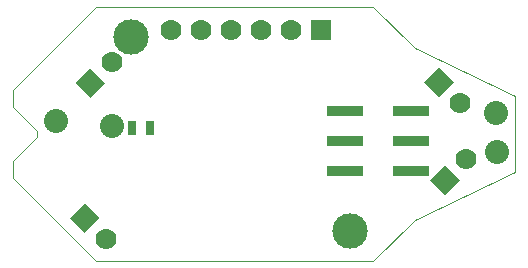
<source format=gbs>
G04 (created by PCBNEW (2013-jul-07)-stable) date Tue 30 Dec 2014 02:21:33 PM EST*
%MOIN*%
G04 Gerber Fmt 3.4, Leading zero omitted, Abs format*
%FSLAX34Y34*%
G01*
G70*
G90*
G04 APERTURE LIST*
%ADD10C,0.00590551*%
%ADD11C,0.00393701*%
%ADD12R,0.025X0.045*%
%ADD13R,0.119X0.038*%
%ADD14R,0.07X0.07*%
%ADD15C,0.07*%
%ADD16C,0.08*%
%ADD17C,0.11811*%
G04 APERTURE END LIST*
G54D10*
G54D11*
X55118Y-14960D02*
X45866Y-14960D01*
X55118Y-23425D02*
X45866Y-23425D01*
X56496Y-16338D02*
X59842Y-17913D01*
X55118Y-14960D02*
X56496Y-16338D01*
X56496Y-22047D02*
X59842Y-20472D01*
X55118Y-23425D02*
X56496Y-22047D01*
X45866Y-14960D02*
X43110Y-17716D01*
X45866Y-23425D02*
X43110Y-20669D01*
X59842Y-20275D02*
X59842Y-20472D01*
X59842Y-17913D02*
X59842Y-20275D01*
X43897Y-19291D02*
X43897Y-19094D01*
X43110Y-20078D02*
X43897Y-19291D01*
X43110Y-20669D02*
X43110Y-20078D01*
X43110Y-17716D02*
X43110Y-18307D01*
X43897Y-19094D02*
X43110Y-18307D01*
G54D12*
X47067Y-18984D03*
X47667Y-18984D03*
G54D13*
X56357Y-20425D03*
X56357Y-19425D03*
X56357Y-18425D03*
X54177Y-20425D03*
X54177Y-19425D03*
X54177Y-18425D03*
G54D14*
X53382Y-15731D03*
G54D15*
X52382Y-15731D03*
X51382Y-15731D03*
X50382Y-15731D03*
X49382Y-15731D03*
X48382Y-15731D03*
G54D16*
X46396Y-18927D03*
G54D10*
G36*
X45686Y-17991D02*
X45191Y-17496D01*
X45686Y-17001D01*
X46181Y-17496D01*
X45686Y-17991D01*
X45686Y-17991D01*
G37*
G54D15*
X46393Y-16789D03*
G54D10*
G36*
X56811Y-17449D02*
X57306Y-16954D01*
X57801Y-17449D01*
X57306Y-17944D01*
X56811Y-17449D01*
X56811Y-17449D01*
G37*
G54D15*
X58013Y-18157D03*
G54D10*
G36*
X57513Y-21233D02*
X57018Y-20738D01*
X57513Y-20243D01*
X58008Y-20738D01*
X57513Y-21233D01*
X57513Y-21233D01*
G37*
G54D15*
X58220Y-20031D03*
G54D10*
G36*
X44997Y-21998D02*
X45492Y-21503D01*
X45987Y-21998D01*
X45492Y-22493D01*
X44997Y-21998D01*
X44997Y-21998D01*
G37*
G54D15*
X46200Y-22705D03*
G54D16*
X59240Y-19807D03*
X59220Y-18475D03*
X44527Y-18759D03*
G54D17*
X47047Y-15944D03*
X54330Y-22440D03*
M02*

</source>
